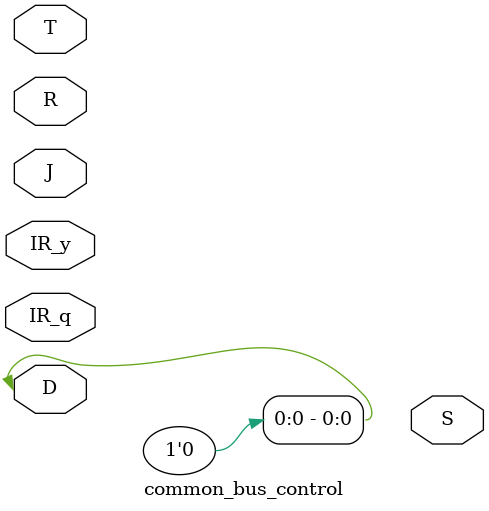
<source format=v>
`timescale 1ns / 1ps


module common_bus_control( 
   input wire [15:0] T ,
   input wire [7:0] IR_y,
  ////// input wire P ,r,
   input wire R, J , 
   input wire IR_q,
   output [2:0] S,             // the output of the encoder or selection of the mux of common bus
   input [7:0] D              // output of the control signals or input data to the encoder 8*3
    );
  //////////assign  P = T[3]&IR_y[7]&J ;
  ////////////////assign  r = T[3]&IR_y[7]& ~J ;
  assign  D[0] = 0;
  assign  D[1] = T[5] & IR_y[5] ;                    //AR Source
  assign  D[2] = T[0]|(T[4]&IR_y[5]);               //PC  Source
  assign  D[3] = T[5]&(IR_y[4]| IR_y[2]) ;          //DR  Source
  assign  D[4] = (T[5] & IR_y[3])|((T[3]&IR_y[7]&J) & IR_q);       //AC  Source //IR_q[10]
  assign  D[5] = ~R & T[2];                         //IR  Source
  assign  D[6] = R & T[1];                          //TR  Source
  assign  D[7] = (T[1]&~R) | (T[3]&J&~IR_y[7]) | (T[4]&(IR_y[0]|IR_y[1]|IR_y[2]|IR_y[4]|IR_y[6])) ;   //MEMORY Read
  
 
  
endmodule

</source>
